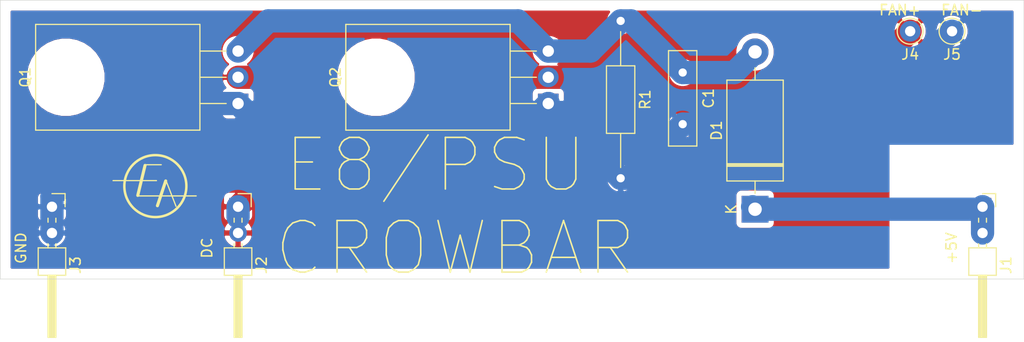
<source format=kicad_pcb>
(kicad_pcb (version 20171130) (host pcbnew "(5.1.10-1-10_14)")

  (general
    (thickness 1.6)
    (drawings 7)
    (tracks 37)
    (zones 0)
    (modules 11)
    (nets 5)
  )

  (page A4)
  (layers
    (0 F.Cu signal)
    (31 B.Cu signal)
    (32 B.Adhes user)
    (33 F.Adhes user)
    (34 B.Paste user)
    (35 F.Paste user)
    (36 B.SilkS user)
    (37 F.SilkS user)
    (38 B.Mask user)
    (39 F.Mask user)
    (40 Dwgs.User user)
    (41 Cmts.User user)
    (42 Eco1.User user)
    (43 Eco2.User user)
    (44 Edge.Cuts user)
    (45 Margin user)
    (46 B.CrtYd user)
    (47 F.CrtYd user)
    (48 B.Fab user)
    (49 F.Fab user)
  )

  (setup
    (last_trace_width 2.25)
    (user_trace_width 2.25)
    (trace_clearance 0.2)
    (zone_clearance 0.508)
    (zone_45_only no)
    (trace_min 0.2)
    (via_size 0.8)
    (via_drill 0.4)
    (via_min_size 0.4)
    (via_min_drill 0.3)
    (uvia_size 0.3)
    (uvia_drill 0.1)
    (uvias_allowed no)
    (uvia_min_size 0.2)
    (uvia_min_drill 0.1)
    (edge_width 0.05)
    (segment_width 0.2)
    (pcb_text_width 0.3)
    (pcb_text_size 1.5 1.5)
    (mod_edge_width 0.12)
    (mod_text_size 1 1)
    (mod_text_width 0.15)
    (pad_size 3.5 3.5)
    (pad_drill 3.5)
    (pad_to_mask_clearance 0)
    (aux_axis_origin 0 0)
    (visible_elements FFFFFF7F)
    (pcbplotparams
      (layerselection 0x010f0_ffffffff)
      (usegerberextensions false)
      (usegerberattributes true)
      (usegerberadvancedattributes true)
      (creategerberjobfile true)
      (excludeedgelayer true)
      (linewidth 0.100000)
      (plotframeref false)
      (viasonmask false)
      (mode 1)
      (useauxorigin false)
      (hpglpennumber 1)
      (hpglpenspeed 20)
      (hpglpendiameter 15.000000)
      (psnegative false)
      (psa4output false)
      (plotreference true)
      (plotvalue true)
      (plotinvisibletext false)
      (padsonsilk false)
      (subtractmaskfromsilk false)
      (outputformat 1)
      (mirror false)
      (drillshape 0)
      (scaleselection 1)
      (outputdirectory "GERBER/"))
  )

  (net 0 "")
  (net 1 "Net-(C1-Pad2)")
  (net 2 "Net-(C1-Pad1)")
  (net 3 "Net-(D1-Pad1)")
  (net 4 "Net-(J2-Pad1)")

  (net_class Default "This is the default net class."
    (clearance 0.2)
    (trace_width 0.25)
    (via_dia 0.8)
    (via_drill 0.4)
    (uvia_dia 0.3)
    (uvia_drill 0.1)
    (add_net "Net-(C1-Pad1)")
    (add_net "Net-(C1-Pad2)")
    (add_net "Net-(D1-Pad1)")
    (add_net "Net-(J2-Pad1)")
  )

  (module Connector_Pin:Pin_D1.0mm_L10.0mm (layer F.Cu) (tedit 5A1DC084) (tstamp 61F915F9)
    (at 187.05 108)
    (descr "solder Pin_ diameter 1.0mm, hole diameter 1.0mm (press fit), length 10.0mm")
    (tags "solder Pin_ press fit")
    (path /61F9D9B3)
    (fp_text reference J5 (at 0 2.25) (layer F.SilkS)
      (effects (font (size 1 1) (thickness 0.15)))
    )
    (fp_text value FAN- (at 0.95 -2.05) (layer F.SilkS)
      (effects (font (size 1 1) (thickness 0.15)))
    )
    (fp_circle (center 0 0) (end 1.25 0.05) (layer F.SilkS) (width 0.12))
    (fp_circle (center 0 0) (end 1 0) (layer F.Fab) (width 0.12))
    (fp_circle (center 0 0) (end 0.5 0) (layer F.Fab) (width 0.12))
    (fp_circle (center 0 0) (end 1.5 0) (layer F.CrtYd) (width 0.05))
    (fp_text user %R (at 0 2.25) (layer F.Fab)
      (effects (font (size 1 1) (thickness 0.15)))
    )
    (pad 1 thru_hole circle (at 0 0) (size 2 2) (drill 1) (layers *.Cu *.Mask)
      (net 1 "Net-(C1-Pad2)"))
    (model ${KISYS3DMOD}/Connector_Pin.3dshapes/Pin_D1.0mm_L10.0mm.wrl
      (at (xyz 0 0 0))
      (scale (xyz 1 1 1))
      (rotate (xyz 0 0 0))
    )
  )

  (module Connector_Pin:Pin_D1.0mm_L10.0mm (layer F.Cu) (tedit 5A1DC084) (tstamp 61F915EF)
    (at 183 108)
    (descr "solder Pin_ diameter 1.0mm, hole diameter 1.0mm (press fit), length 10.0mm")
    (tags "solder Pin_ press fit")
    (path /61F9B236)
    (fp_text reference J4 (at 0 2.25) (layer F.SilkS)
      (effects (font (size 1 1) (thickness 0.15)))
    )
    (fp_text value FAN+ (at -1 -2.05) (layer F.SilkS)
      (effects (font (size 1 1) (thickness 0.15)))
    )
    (fp_circle (center 0 0) (end 1.25 0.05) (layer F.SilkS) (width 0.12))
    (fp_circle (center 0 0) (end 1 0) (layer F.Fab) (width 0.12))
    (fp_circle (center 0 0) (end 0.5 0) (layer F.Fab) (width 0.12))
    (fp_circle (center 0 0) (end 1.5 0) (layer F.CrtYd) (width 0.05))
    (fp_text user %R (at 0 2.25) (layer F.Fab)
      (effects (font (size 1 1) (thickness 0.15)))
    )
    (pad 1 thru_hole circle (at 0 0) (size 2 2) (drill 1) (layers *.Cu *.Mask)
      (net 4 "Net-(J2-Pad1)"))
    (model ${KISYS3DMOD}/Connector_Pin.3dshapes/Pin_D1.0mm_L10.0mm.wrl
      (at (xyz 0 0 0))
      (scale (xyz 1 1 1))
      (rotate (xyz 0 0 0))
    )
  )

  (module EDUC-8:EA_Symbol (layer F.Cu) (tedit 60BC925A) (tstamp 61F91284)
    (at 110 123)
    (fp_text reference REF** (at 0 -5.08) (layer F.SilkS) hide
      (effects (font (size 1 1) (thickness 0.15)))
    )
    (fp_text value EA_Symbol (at 0 -6.985) (layer F.Fab) hide
      (effects (font (size 1 1) (thickness 0.15)))
    )
    (fp_line (start 1.04 -0.51) (end 2 1.96) (layer F.SilkS) (width 0.12))
    (fp_line (start 1 -0.5) (end 0.2 1.9) (layer F.SilkS) (width 0.3))
    (fp_line (start -1.75 0.95) (end 3.95 0.95) (layer F.SilkS) (width 0.12))
    (fp_line (start -4.09 -0.53) (end 0.11 -0.53) (layer F.SilkS) (width 0.12))
    (fp_line (start -1.04 -2.07) (end 0.57 -2.07) (layer F.SilkS) (width 0.12))
    (fp_line (start -1 -2) (end -1.7 0.9) (layer F.SilkS) (width 0.3))
    (fp_circle (center 0 0) (end 3 0) (layer F.SilkS) (width 0.24))
  )

  (module Package_TO_SOT_THT:TO-220-3_Horizontal_TabDown (layer F.Cu) (tedit 61F8AF62) (tstamp 61F8C02B)
    (at 148 115 90)
    (descr "TO-220-3, Horizontal, RM 2.54mm, see https://www.vishay.com/docs/66542/to-220-1.pdf")
    (tags "TO-220-3 Horizontal RM 2.54mm")
    (path /61F98137)
    (fp_text reference Q2 (at 2.54 -20.58 90) (layer F.SilkS)
      (effects (font (size 1 1) (thickness 0.15)))
    )
    (fp_text value TIC106 (at 2.54 2 90) (layer F.Fab)
      (effects (font (size 1 1) (thickness 0.15)))
    )
    (fp_line (start 7.79 -19.71) (end -2.71 -19.71) (layer F.CrtYd) (width 0.05))
    (fp_line (start 7.79 1.25) (end 7.79 -19.71) (layer F.CrtYd) (width 0.05))
    (fp_line (start -2.71 1.25) (end 7.79 1.25) (layer F.CrtYd) (width 0.05))
    (fp_line (start -2.71 -19.71) (end -2.71 1.25) (layer F.CrtYd) (width 0.05))
    (fp_line (start 5.08 -3.69) (end 5.08 -1.15) (layer F.SilkS) (width 0.12))
    (fp_line (start 2.54 -3.69) (end 2.54 -1.15) (layer F.SilkS) (width 0.12))
    (fp_line (start 0 -3.69) (end 0 -1.15) (layer F.SilkS) (width 0.12))
    (fp_line (start 7.66 -19.58) (end 7.66 -3.69) (layer F.SilkS) (width 0.12))
    (fp_line (start -2.58 -19.58) (end -2.58 -3.69) (layer F.SilkS) (width 0.12))
    (fp_line (start -2.58 -19.58) (end 7.66 -19.58) (layer F.SilkS) (width 0.12))
    (fp_line (start -2.58 -3.69) (end 7.66 -3.69) (layer F.SilkS) (width 0.12))
    (fp_line (start 5.08 -3.81) (end 5.08 0) (layer F.Fab) (width 0.1))
    (fp_line (start 2.54 -3.81) (end 2.54 0) (layer F.Fab) (width 0.1))
    (fp_line (start 0 -3.81) (end 0 0) (layer F.Fab) (width 0.1))
    (fp_line (start 7.54 -3.81) (end -2.46 -3.81) (layer F.Fab) (width 0.1))
    (fp_line (start 7.54 -13.06) (end 7.54 -3.81) (layer F.Fab) (width 0.1))
    (fp_line (start -2.46 -13.06) (end 7.54 -13.06) (layer F.Fab) (width 0.1))
    (fp_line (start -2.46 -3.81) (end -2.46 -13.06) (layer F.Fab) (width 0.1))
    (fp_line (start 7.54 -13.06) (end -2.46 -13.06) (layer F.Fab) (width 0.1))
    (fp_line (start 7.54 -19.46) (end 7.54 -13.06) (layer F.Fab) (width 0.1))
    (fp_line (start -2.46 -19.46) (end 7.54 -19.46) (layer F.Fab) (width 0.1))
    (fp_line (start -2.46 -13.06) (end -2.46 -19.46) (layer F.Fab) (width 0.1))
    (fp_circle (center 2.54 -16.66) (end 4.39 -16.66) (layer F.Fab) (width 0.1))
    (fp_text user %R (at 2.54 -20.58 90) (layer F.Fab)
      (effects (font (size 1 1) (thickness 0.15)))
    )
    (pad 3 thru_hole oval (at 5.08 0 90) (size 1.905 2) (drill 1.1) (layers *.Cu *.Mask)
      (net 2 "Net-(C1-Pad1)"))
    (pad 2 thru_hole oval (at 2.54 0 90) (size 1.905 2) (drill 1.1) (layers *.Cu *.Mask)
      (net 4 "Net-(J2-Pad1)"))
    (pad 1 thru_hole rect (at 0 0 90) (size 1.905 2) (drill 1.1) (layers *.Cu *.Mask)
      (net 1 "Net-(C1-Pad2)"))
    (pad "" np_thru_hole oval (at 2.54 -16.66 90) (size 3.5 3.5) (drill 3.5) (layers *.Cu *.Mask)
      (clearance 2))
    (model ${KISYS3DMOD}/Package_TO_SOT_THT.3dshapes/TO-220-3_Horizontal_TabDown.wrl
      (at (xyz 0 0 0))
      (scale (xyz 1 1 1))
      (rotate (xyz 0 0 0))
    )
  )

  (module Resistor_THT:R_Axial_DIN0207_L6.3mm_D2.5mm_P15.24mm_Horizontal (layer F.Cu) (tedit 5AE5139B) (tstamp 61F8B5D0)
    (at 155 107 270)
    (descr "Resistor, Axial_DIN0207 series, Axial, Horizontal, pin pitch=15.24mm, 0.25W = 1/4W, length*diameter=6.3*2.5mm^2, http://cdn-reichelt.de/documents/datenblatt/B400/1_4W%23YAG.pdf")
    (tags "Resistor Axial_DIN0207 series Axial Horizontal pin pitch 15.24mm 0.25W = 1/4W length 6.3mm diameter 2.5mm")
    (path /61F8B110)
    (fp_text reference R1 (at 7.62 -2.37 90) (layer F.SilkS)
      (effects (font (size 1 1) (thickness 0.15)))
    )
    (fp_text value R (at 7.62 2.37 90) (layer F.Fab)
      (effects (font (size 1 1) (thickness 0.15)))
    )
    (fp_line (start 16.29 -1.5) (end -1.05 -1.5) (layer F.CrtYd) (width 0.05))
    (fp_line (start 16.29 1.5) (end 16.29 -1.5) (layer F.CrtYd) (width 0.05))
    (fp_line (start -1.05 1.5) (end 16.29 1.5) (layer F.CrtYd) (width 0.05))
    (fp_line (start -1.05 -1.5) (end -1.05 1.5) (layer F.CrtYd) (width 0.05))
    (fp_line (start 14.2 0) (end 10.89 0) (layer F.SilkS) (width 0.12))
    (fp_line (start 1.04 0) (end 4.35 0) (layer F.SilkS) (width 0.12))
    (fp_line (start 10.89 -1.37) (end 4.35 -1.37) (layer F.SilkS) (width 0.12))
    (fp_line (start 10.89 1.37) (end 10.89 -1.37) (layer F.SilkS) (width 0.12))
    (fp_line (start 4.35 1.37) (end 10.89 1.37) (layer F.SilkS) (width 0.12))
    (fp_line (start 4.35 -1.37) (end 4.35 1.37) (layer F.SilkS) (width 0.12))
    (fp_line (start 15.24 0) (end 10.77 0) (layer F.Fab) (width 0.1))
    (fp_line (start 0 0) (end 4.47 0) (layer F.Fab) (width 0.1))
    (fp_line (start 10.77 -1.25) (end 4.47 -1.25) (layer F.Fab) (width 0.1))
    (fp_line (start 10.77 1.25) (end 10.77 -1.25) (layer F.Fab) (width 0.1))
    (fp_line (start 4.47 1.25) (end 10.77 1.25) (layer F.Fab) (width 0.1))
    (fp_line (start 4.47 -1.25) (end 4.47 1.25) (layer F.Fab) (width 0.1))
    (fp_text user %R (at 7.62 0 90) (layer F.Fab)
      (effects (font (size 1 1) (thickness 0.15)))
    )
    (pad 2 thru_hole oval (at 15.24 0 270) (size 1.6 1.6) (drill 0.8) (layers *.Cu *.Mask)
      (net 1 "Net-(C1-Pad2)"))
    (pad 1 thru_hole circle (at 0 0 270) (size 1.6 1.6) (drill 0.8) (layers *.Cu *.Mask)
      (net 2 "Net-(C1-Pad1)"))
    (model ${KISYS3DMOD}/Resistor_THT.3dshapes/R_Axial_DIN0207_L6.3mm_D2.5mm_P15.24mm_Horizontal.wrl
      (at (xyz 0 0 0))
      (scale (xyz 1 1 1))
      (rotate (xyz 0 0 0))
    )
  )

  (module Package_TO_SOT_THT:TO-220-3_Horizontal_TabDown (layer F.Cu) (tedit 61F8AF7A) (tstamp 61F8B5B9)
    (at 118 115 90)
    (descr "TO-220-3, Horizontal, RM 2.54mm, see https://www.vishay.com/docs/66542/to-220-1.pdf")
    (tags "TO-220-3 Horizontal RM 2.54mm")
    (path /61F8A20C)
    (fp_text reference Q1 (at 2.54 -20.58 90) (layer F.SilkS)
      (effects (font (size 1 1) (thickness 0.15)))
    )
    (fp_text value TIC106 (at 2.54 2 90) (layer F.Fab)
      (effects (font (size 1 1) (thickness 0.15)))
    )
    (fp_line (start 7.79 -19.71) (end -2.71 -19.71) (layer F.CrtYd) (width 0.05))
    (fp_line (start 7.79 1.25) (end 7.79 -19.71) (layer F.CrtYd) (width 0.05))
    (fp_line (start -2.71 1.25) (end 7.79 1.25) (layer F.CrtYd) (width 0.05))
    (fp_line (start -2.71 -19.71) (end -2.71 1.25) (layer F.CrtYd) (width 0.05))
    (fp_line (start 5.08 -3.69) (end 5.08 -1.15) (layer F.SilkS) (width 0.12))
    (fp_line (start 2.54 -3.69) (end 2.54 -1.15) (layer F.SilkS) (width 0.12))
    (fp_line (start 0 -3.69) (end 0 -1.15) (layer F.SilkS) (width 0.12))
    (fp_line (start 7.66 -19.58) (end 7.66 -3.69) (layer F.SilkS) (width 0.12))
    (fp_line (start -2.58 -19.58) (end -2.58 -3.69) (layer F.SilkS) (width 0.12))
    (fp_line (start -2.58 -19.58) (end 7.66 -19.58) (layer F.SilkS) (width 0.12))
    (fp_line (start -2.58 -3.69) (end 7.66 -3.69) (layer F.SilkS) (width 0.12))
    (fp_line (start 5.08 -3.81) (end 5.08 0) (layer F.Fab) (width 0.1))
    (fp_line (start 2.54 -3.81) (end 2.54 0) (layer F.Fab) (width 0.1))
    (fp_line (start 0 -3.81) (end 0 0) (layer F.Fab) (width 0.1))
    (fp_line (start 7.54 -3.81) (end -2.46 -3.81) (layer F.Fab) (width 0.1))
    (fp_line (start 7.54 -13.06) (end 7.54 -3.81) (layer F.Fab) (width 0.1))
    (fp_line (start -2.46 -13.06) (end 7.54 -13.06) (layer F.Fab) (width 0.1))
    (fp_line (start -2.46 -3.81) (end -2.46 -13.06) (layer F.Fab) (width 0.1))
    (fp_line (start 7.54 -13.06) (end -2.46 -13.06) (layer F.Fab) (width 0.1))
    (fp_line (start 7.54 -19.46) (end 7.54 -13.06) (layer F.Fab) (width 0.1))
    (fp_line (start -2.46 -19.46) (end 7.54 -19.46) (layer F.Fab) (width 0.1))
    (fp_line (start -2.46 -13.06) (end -2.46 -19.46) (layer F.Fab) (width 0.1))
    (fp_circle (center 2.54 -16.66) (end 4.39 -16.66) (layer F.Fab) (width 0.1))
    (fp_text user %R (at 2.54 -20.58 90) (layer F.Fab)
      (effects (font (size 1 1) (thickness 0.15)))
    )
    (pad 3 thru_hole oval (at 5.08 0 90) (size 1.905 2) (drill 1.1) (layers *.Cu *.Mask)
      (net 2 "Net-(C1-Pad1)"))
    (pad 2 thru_hole oval (at 2.54 0 90) (size 1.905 2) (drill 1.1) (layers *.Cu *.Mask)
      (net 4 "Net-(J2-Pad1)"))
    (pad 1 thru_hole rect (at 0 0 90) (size 1.905 2) (drill 1.1) (layers *.Cu *.Mask)
      (net 1 "Net-(C1-Pad2)"))
    (pad "" np_thru_hole oval (at 2.54 -16.66 90) (size 3.5 3.5) (drill 3.5) (layers *.Cu *.Mask)
      (clearance 2))
    (model ${KISYS3DMOD}/Package_TO_SOT_THT.3dshapes/TO-220-3_Horizontal_TabDown.wrl
      (at (xyz 0 0 0))
      (scale (xyz 1 1 1))
      (rotate (xyz 0 0 0))
    )
  )

  (module Connector_PinHeader_2.54mm:PinHeader_2x01_P2.54mm_Horizontal locked (layer F.Cu) (tedit 59FED5CB) (tstamp 61F8B599)
    (at 100 125 270)
    (descr "Through hole angled pin header, 2x01, 2.54mm pitch, 6mm pin length, double rows")
    (tags "Through hole angled pin header THT 2x01 2.54mm double row")
    (path /61F94C7D)
    (fp_text reference J3 (at 5.655 -2.27 90) (layer F.SilkS)
      (effects (font (size 1 1) (thickness 0.15)))
    )
    (fp_text value GND (at 4 3 90) (layer F.SilkS)
      (effects (font (size 1 1) (thickness 0.15)))
    )
    (fp_line (start 13.1 -1.8) (end -1.8 -1.8) (layer F.CrtYd) (width 0.05))
    (fp_line (start 13.1 1.8) (end 13.1 -1.8) (layer F.CrtYd) (width 0.05))
    (fp_line (start -1.8 1.8) (end 13.1 1.8) (layer F.CrtYd) (width 0.05))
    (fp_line (start -1.8 -1.8) (end -1.8 1.8) (layer F.CrtYd) (width 0.05))
    (fp_line (start -1.27 -1.27) (end 0 -1.27) (layer F.SilkS) (width 0.12))
    (fp_line (start -1.27 0) (end -1.27 -1.27) (layer F.SilkS) (width 0.12))
    (fp_line (start 1.11 0.38) (end 1.497071 0.38) (layer F.SilkS) (width 0.12))
    (fp_line (start 1.11 -0.38) (end 1.497071 -0.38) (layer F.SilkS) (width 0.12))
    (fp_line (start 3.582929 0.38) (end 3.98 0.38) (layer F.SilkS) (width 0.12))
    (fp_line (start 3.582929 -0.38) (end 3.98 -0.38) (layer F.SilkS) (width 0.12))
    (fp_line (start 6.64 0.28) (end 12.64 0.28) (layer F.SilkS) (width 0.12))
    (fp_line (start 6.64 0.16) (end 12.64 0.16) (layer F.SilkS) (width 0.12))
    (fp_line (start 6.64 0.04) (end 12.64 0.04) (layer F.SilkS) (width 0.12))
    (fp_line (start 6.64 -0.08) (end 12.64 -0.08) (layer F.SilkS) (width 0.12))
    (fp_line (start 6.64 -0.2) (end 12.64 -0.2) (layer F.SilkS) (width 0.12))
    (fp_line (start 6.64 -0.32) (end 12.64 -0.32) (layer F.SilkS) (width 0.12))
    (fp_line (start 12.64 0.38) (end 6.64 0.38) (layer F.SilkS) (width 0.12))
    (fp_line (start 12.64 -0.38) (end 12.64 0.38) (layer F.SilkS) (width 0.12))
    (fp_line (start 6.64 -0.38) (end 12.64 -0.38) (layer F.SilkS) (width 0.12))
    (fp_line (start 6.64 -1.33) (end 3.98 -1.33) (layer F.SilkS) (width 0.12))
    (fp_line (start 6.64 1.33) (end 6.64 -1.33) (layer F.SilkS) (width 0.12))
    (fp_line (start 3.98 1.33) (end 6.64 1.33) (layer F.SilkS) (width 0.12))
    (fp_line (start 3.98 -1.33) (end 3.98 1.33) (layer F.SilkS) (width 0.12))
    (fp_line (start 6.58 0.32) (end 12.58 0.32) (layer F.Fab) (width 0.1))
    (fp_line (start 12.58 -0.32) (end 12.58 0.32) (layer F.Fab) (width 0.1))
    (fp_line (start 6.58 -0.32) (end 12.58 -0.32) (layer F.Fab) (width 0.1))
    (fp_line (start -0.32 0.32) (end 4.04 0.32) (layer F.Fab) (width 0.1))
    (fp_line (start -0.32 -0.32) (end -0.32 0.32) (layer F.Fab) (width 0.1))
    (fp_line (start -0.32 -0.32) (end 4.04 -0.32) (layer F.Fab) (width 0.1))
    (fp_line (start 4.04 -0.635) (end 4.675 -1.27) (layer F.Fab) (width 0.1))
    (fp_line (start 4.04 1.27) (end 4.04 -0.635) (layer F.Fab) (width 0.1))
    (fp_line (start 6.58 1.27) (end 4.04 1.27) (layer F.Fab) (width 0.1))
    (fp_line (start 6.58 -1.27) (end 6.58 1.27) (layer F.Fab) (width 0.1))
    (fp_line (start 4.675 -1.27) (end 6.58 -1.27) (layer F.Fab) (width 0.1))
    (fp_text user %R (at 5.31 0) (layer F.Fab)
      (effects (font (size 1 1) (thickness 0.15)))
    )
    (pad 2 thru_hole oval (at 2.54 0 270) (size 1.7 1.7) (drill 1) (layers *.Cu *.Mask)
      (net 1 "Net-(C1-Pad2)"))
    (pad 1 thru_hole rect (at 0 0 270) (size 1.7 1.7) (drill 1) (layers *.Cu *.Mask)
      (net 1 "Net-(C1-Pad2)"))
    (model ${KISYS3DMOD}/Connector_PinHeader_2.54mm.3dshapes/PinHeader_2x01_P2.54mm_Horizontal.wrl
      (at (xyz 0 0 0))
      (scale (xyz 1 1 1))
      (rotate (xyz 0 0 0))
    )
  )

  (module Connector_PinHeader_2.54mm:PinHeader_2x01_P2.54mm_Horizontal locked (layer F.Cu) (tedit 59FED5CB) (tstamp 61F8B570)
    (at 118 125 270)
    (descr "Through hole angled pin header, 2x01, 2.54mm pitch, 6mm pin length, double rows")
    (tags "Through hole angled pin header THT 2x01 2.54mm double row")
    (path /61F937AC)
    (fp_text reference J2 (at 5.655 -2.27 90) (layer F.SilkS)
      (effects (font (size 1 1) (thickness 0.15)))
    )
    (fp_text value DC (at 4 3 90) (layer F.SilkS)
      (effects (font (size 1 1) (thickness 0.15)))
    )
    (fp_line (start 13.1 -1.8) (end -1.8 -1.8) (layer F.CrtYd) (width 0.05))
    (fp_line (start 13.1 1.8) (end 13.1 -1.8) (layer F.CrtYd) (width 0.05))
    (fp_line (start -1.8 1.8) (end 13.1 1.8) (layer F.CrtYd) (width 0.05))
    (fp_line (start -1.8 -1.8) (end -1.8 1.8) (layer F.CrtYd) (width 0.05))
    (fp_line (start -1.27 -1.27) (end 0 -1.27) (layer F.SilkS) (width 0.12))
    (fp_line (start -1.27 0) (end -1.27 -1.27) (layer F.SilkS) (width 0.12))
    (fp_line (start 1.11 0.38) (end 1.497071 0.38) (layer F.SilkS) (width 0.12))
    (fp_line (start 1.11 -0.38) (end 1.497071 -0.38) (layer F.SilkS) (width 0.12))
    (fp_line (start 3.582929 0.38) (end 3.98 0.38) (layer F.SilkS) (width 0.12))
    (fp_line (start 3.582929 -0.38) (end 3.98 -0.38) (layer F.SilkS) (width 0.12))
    (fp_line (start 6.64 0.28) (end 12.64 0.28) (layer F.SilkS) (width 0.12))
    (fp_line (start 6.64 0.16) (end 12.64 0.16) (layer F.SilkS) (width 0.12))
    (fp_line (start 6.64 0.04) (end 12.64 0.04) (layer F.SilkS) (width 0.12))
    (fp_line (start 6.64 -0.08) (end 12.64 -0.08) (layer F.SilkS) (width 0.12))
    (fp_line (start 6.64 -0.2) (end 12.64 -0.2) (layer F.SilkS) (width 0.12))
    (fp_line (start 6.64 -0.32) (end 12.64 -0.32) (layer F.SilkS) (width 0.12))
    (fp_line (start 12.64 0.38) (end 6.64 0.38) (layer F.SilkS) (width 0.12))
    (fp_line (start 12.64 -0.38) (end 12.64 0.38) (layer F.SilkS) (width 0.12))
    (fp_line (start 6.64 -0.38) (end 12.64 -0.38) (layer F.SilkS) (width 0.12))
    (fp_line (start 6.64 -1.33) (end 3.98 -1.33) (layer F.SilkS) (width 0.12))
    (fp_line (start 6.64 1.33) (end 6.64 -1.33) (layer F.SilkS) (width 0.12))
    (fp_line (start 3.98 1.33) (end 6.64 1.33) (layer F.SilkS) (width 0.12))
    (fp_line (start 3.98 -1.33) (end 3.98 1.33) (layer F.SilkS) (width 0.12))
    (fp_line (start 6.58 0.32) (end 12.58 0.32) (layer F.Fab) (width 0.1))
    (fp_line (start 12.58 -0.32) (end 12.58 0.32) (layer F.Fab) (width 0.1))
    (fp_line (start 6.58 -0.32) (end 12.58 -0.32) (layer F.Fab) (width 0.1))
    (fp_line (start -0.32 0.32) (end 4.04 0.32) (layer F.Fab) (width 0.1))
    (fp_line (start -0.32 -0.32) (end -0.32 0.32) (layer F.Fab) (width 0.1))
    (fp_line (start -0.32 -0.32) (end 4.04 -0.32) (layer F.Fab) (width 0.1))
    (fp_line (start 4.04 -0.635) (end 4.675 -1.27) (layer F.Fab) (width 0.1))
    (fp_line (start 4.04 1.27) (end 4.04 -0.635) (layer F.Fab) (width 0.1))
    (fp_line (start 6.58 1.27) (end 4.04 1.27) (layer F.Fab) (width 0.1))
    (fp_line (start 6.58 -1.27) (end 6.58 1.27) (layer F.Fab) (width 0.1))
    (fp_line (start 4.675 -1.27) (end 6.58 -1.27) (layer F.Fab) (width 0.1))
    (fp_text user %R (at 5.31 0) (layer F.Fab)
      (effects (font (size 1 1) (thickness 0.15)))
    )
    (pad 2 thru_hole oval (at 2.54 0 270) (size 1.7 1.7) (drill 1) (layers *.Cu *.Mask)
      (net 4 "Net-(J2-Pad1)"))
    (pad 1 thru_hole rect (at 0 0 270) (size 1.7 1.7) (drill 1) (layers *.Cu *.Mask)
      (net 4 "Net-(J2-Pad1)"))
    (model ${KISYS3DMOD}/Connector_PinHeader_2.54mm.3dshapes/PinHeader_2x01_P2.54mm_Horizontal.wrl
      (at (xyz 0 0 0))
      (scale (xyz 1 1 1))
      (rotate (xyz 0 0 0))
    )
  )

  (module Connector_PinHeader_2.54mm:PinHeader_2x01_P2.54mm_Horizontal locked (layer F.Cu) (tedit 59FED5CB) (tstamp 61F8B547)
    (at 190 125 270)
    (descr "Through hole angled pin header, 2x01, 2.54mm pitch, 6mm pin length, double rows")
    (tags "Through hole angled pin header THT 2x01 2.54mm double row")
    (path /61F9258D)
    (fp_text reference J1 (at 5.655 -2.27 90) (layer F.SilkS)
      (effects (font (size 1 1) (thickness 0.15)))
    )
    (fp_text value +5V (at 4 3 90) (layer F.SilkS)
      (effects (font (size 1 1) (thickness 0.15)))
    )
    (fp_line (start 13.1 -1.8) (end -1.8 -1.8) (layer F.CrtYd) (width 0.05))
    (fp_line (start 13.1 1.8) (end 13.1 -1.8) (layer F.CrtYd) (width 0.05))
    (fp_line (start -1.8 1.8) (end 13.1 1.8) (layer F.CrtYd) (width 0.05))
    (fp_line (start -1.8 -1.8) (end -1.8 1.8) (layer F.CrtYd) (width 0.05))
    (fp_line (start -1.27 -1.27) (end 0 -1.27) (layer F.SilkS) (width 0.12))
    (fp_line (start -1.27 0) (end -1.27 -1.27) (layer F.SilkS) (width 0.12))
    (fp_line (start 1.11 0.38) (end 1.497071 0.38) (layer F.SilkS) (width 0.12))
    (fp_line (start 1.11 -0.38) (end 1.497071 -0.38) (layer F.SilkS) (width 0.12))
    (fp_line (start 3.582929 0.38) (end 3.98 0.38) (layer F.SilkS) (width 0.12))
    (fp_line (start 3.582929 -0.38) (end 3.98 -0.38) (layer F.SilkS) (width 0.12))
    (fp_line (start 6.64 0.28) (end 12.64 0.28) (layer F.SilkS) (width 0.12))
    (fp_line (start 6.64 0.16) (end 12.64 0.16) (layer F.SilkS) (width 0.12))
    (fp_line (start 6.64 0.04) (end 12.64 0.04) (layer F.SilkS) (width 0.12))
    (fp_line (start 6.64 -0.08) (end 12.64 -0.08) (layer F.SilkS) (width 0.12))
    (fp_line (start 6.64 -0.2) (end 12.64 -0.2) (layer F.SilkS) (width 0.12))
    (fp_line (start 6.64 -0.32) (end 12.64 -0.32) (layer F.SilkS) (width 0.12))
    (fp_line (start 12.64 0.38) (end 6.64 0.38) (layer F.SilkS) (width 0.12))
    (fp_line (start 12.64 -0.38) (end 12.64 0.38) (layer F.SilkS) (width 0.12))
    (fp_line (start 6.64 -0.38) (end 12.64 -0.38) (layer F.SilkS) (width 0.12))
    (fp_line (start 6.64 -1.33) (end 3.98 -1.33) (layer F.SilkS) (width 0.12))
    (fp_line (start 6.64 1.33) (end 6.64 -1.33) (layer F.SilkS) (width 0.12))
    (fp_line (start 3.98 1.33) (end 6.64 1.33) (layer F.SilkS) (width 0.12))
    (fp_line (start 3.98 -1.33) (end 3.98 1.33) (layer F.SilkS) (width 0.12))
    (fp_line (start 6.58 0.32) (end 12.58 0.32) (layer F.Fab) (width 0.1))
    (fp_line (start 12.58 -0.32) (end 12.58 0.32) (layer F.Fab) (width 0.1))
    (fp_line (start 6.58 -0.32) (end 12.58 -0.32) (layer F.Fab) (width 0.1))
    (fp_line (start -0.32 0.32) (end 4.04 0.32) (layer F.Fab) (width 0.1))
    (fp_line (start -0.32 -0.32) (end -0.32 0.32) (layer F.Fab) (width 0.1))
    (fp_line (start -0.32 -0.32) (end 4.04 -0.32) (layer F.Fab) (width 0.1))
    (fp_line (start 4.04 -0.635) (end 4.675 -1.27) (layer F.Fab) (width 0.1))
    (fp_line (start 4.04 1.27) (end 4.04 -0.635) (layer F.Fab) (width 0.1))
    (fp_line (start 6.58 1.27) (end 4.04 1.27) (layer F.Fab) (width 0.1))
    (fp_line (start 6.58 -1.27) (end 6.58 1.27) (layer F.Fab) (width 0.1))
    (fp_line (start 4.675 -1.27) (end 6.58 -1.27) (layer F.Fab) (width 0.1))
    (fp_text user %R (at 5.31 0) (layer F.Fab)
      (effects (font (size 1 1) (thickness 0.15)))
    )
    (pad 2 thru_hole oval (at 2.54 0 270) (size 1.7 1.7) (drill 1) (layers *.Cu *.Mask)
      (net 3 "Net-(D1-Pad1)"))
    (pad 1 thru_hole rect (at 0 0 270) (size 1.7 1.7) (drill 1) (layers *.Cu *.Mask)
      (net 3 "Net-(D1-Pad1)"))
    (model ${KISYS3DMOD}/Connector_PinHeader_2.54mm.3dshapes/PinHeader_2x01_P2.54mm_Horizontal.wrl
      (at (xyz 0 0 0))
      (scale (xyz 1 1 1))
      (rotate (xyz 0 0 0))
    )
  )

  (module Diode_THT:D_DO-201_P15.24mm_Horizontal (layer F.Cu) (tedit 5AE50CD5) (tstamp 61F8B51E)
    (at 168 125.24 90)
    (descr "Diode, DO-201 series, Axial, Horizontal, pin pitch=15.24mm, , length*diameter=9.53*5.21mm^2, , http://www.diodes.com/_files/packages/DO-201.pdf")
    (tags "Diode DO-201 series Axial Horizontal pin pitch 15.24mm  length 9.53mm diameter 5.21mm")
    (path /61F8CE4E)
    (fp_text reference D1 (at 7.62 -3.725 90) (layer F.SilkS)
      (effects (font (size 1 1) (thickness 0.15)))
    )
    (fp_text value 1N5328B (at 7.62 3.725 90) (layer F.Fab)
      (effects (font (size 1 1) (thickness 0.15)))
    )
    (fp_line (start 16.79 -2.86) (end -1.55 -2.86) (layer F.CrtYd) (width 0.05))
    (fp_line (start 16.79 2.86) (end 16.79 -2.86) (layer F.CrtYd) (width 0.05))
    (fp_line (start -1.55 2.86) (end 16.79 2.86) (layer F.CrtYd) (width 0.05))
    (fp_line (start -1.55 -2.86) (end -1.55 2.86) (layer F.CrtYd) (width 0.05))
    (fp_line (start 4.1645 -2.725) (end 4.1645 2.725) (layer F.SilkS) (width 0.12))
    (fp_line (start 4.4045 -2.725) (end 4.4045 2.725) (layer F.SilkS) (width 0.12))
    (fp_line (start 4.2845 -2.725) (end 4.2845 2.725) (layer F.SilkS) (width 0.12))
    (fp_line (start 13.7 0) (end 12.505 0) (layer F.SilkS) (width 0.12))
    (fp_line (start 1.54 0) (end 2.735 0) (layer F.SilkS) (width 0.12))
    (fp_line (start 12.505 -2.725) (end 2.735 -2.725) (layer F.SilkS) (width 0.12))
    (fp_line (start 12.505 2.725) (end 12.505 -2.725) (layer F.SilkS) (width 0.12))
    (fp_line (start 2.735 2.725) (end 12.505 2.725) (layer F.SilkS) (width 0.12))
    (fp_line (start 2.735 -2.725) (end 2.735 2.725) (layer F.SilkS) (width 0.12))
    (fp_line (start 4.1845 -2.605) (end 4.1845 2.605) (layer F.Fab) (width 0.1))
    (fp_line (start 4.3845 -2.605) (end 4.3845 2.605) (layer F.Fab) (width 0.1))
    (fp_line (start 4.2845 -2.605) (end 4.2845 2.605) (layer F.Fab) (width 0.1))
    (fp_line (start 15.24 0) (end 12.385 0) (layer F.Fab) (width 0.1))
    (fp_line (start 0 0) (end 2.855 0) (layer F.Fab) (width 0.1))
    (fp_line (start 12.385 -2.605) (end 2.855 -2.605) (layer F.Fab) (width 0.1))
    (fp_line (start 12.385 2.605) (end 12.385 -2.605) (layer F.Fab) (width 0.1))
    (fp_line (start 2.855 2.605) (end 12.385 2.605) (layer F.Fab) (width 0.1))
    (fp_line (start 2.855 -2.605) (end 2.855 2.605) (layer F.Fab) (width 0.1))
    (fp_text user K (at 0 -2.3 90) (layer F.SilkS)
      (effects (font (size 1 1) (thickness 0.15)))
    )
    (fp_text user K (at 0 -2.3 90) (layer F.Fab)
      (effects (font (size 1 1) (thickness 0.15)))
    )
    (fp_text user %R (at 8.33475 0 90) (layer F.Fab)
      (effects (font (size 1 1) (thickness 0.15)))
    )
    (pad 2 thru_hole oval (at 15.24 0 90) (size 2.6 2.6) (drill 1.3) (layers *.Cu *.Mask)
      (net 2 "Net-(C1-Pad1)"))
    (pad 1 thru_hole rect (at 0 0 90) (size 2.6 2.6) (drill 1.3) (layers *.Cu *.Mask)
      (net 3 "Net-(D1-Pad1)"))
    (model ${KISYS3DMOD}/Diode_THT.3dshapes/D_DO-201_P15.24mm_Horizontal.wrl
      (at (xyz 0 0 0))
      (scale (xyz 1 1 1))
      (rotate (xyz 0 0 0))
    )
  )

  (module Capacitor_THT:C_Disc_D9.0mm_W2.5mm_P5.00mm (layer F.Cu) (tedit 5AE50EF0) (tstamp 61F8B4FF)
    (at 161 112 270)
    (descr "C, Disc series, Radial, pin pitch=5.00mm, , diameter*width=9*2.5mm^2, Capacitor, http://cdn-reichelt.de/documents/datenblatt/B300/DS_KERKO_TC.pdf")
    (tags "C Disc series Radial pin pitch 5.00mm  diameter 9mm width 2.5mm Capacitor")
    (path /61F8BBB5)
    (fp_text reference C1 (at 2.5 -2.5 90) (layer F.SilkS)
      (effects (font (size 1 1) (thickness 0.15)))
    )
    (fp_text value C (at 2.5 2.5 90) (layer F.Fab)
      (effects (font (size 1 1) (thickness 0.15)))
    )
    (fp_line (start 7.25 -1.5) (end -2.25 -1.5) (layer F.CrtYd) (width 0.05))
    (fp_line (start 7.25 1.5) (end 7.25 -1.5) (layer F.CrtYd) (width 0.05))
    (fp_line (start -2.25 1.5) (end 7.25 1.5) (layer F.CrtYd) (width 0.05))
    (fp_line (start -2.25 -1.5) (end -2.25 1.5) (layer F.CrtYd) (width 0.05))
    (fp_line (start 7.12 -1.37) (end 7.12 1.37) (layer F.SilkS) (width 0.12))
    (fp_line (start -2.12 -1.37) (end -2.12 1.37) (layer F.SilkS) (width 0.12))
    (fp_line (start -2.12 1.37) (end 7.12 1.37) (layer F.SilkS) (width 0.12))
    (fp_line (start -2.12 -1.37) (end 7.12 -1.37) (layer F.SilkS) (width 0.12))
    (fp_line (start 7 -1.25) (end -2 -1.25) (layer F.Fab) (width 0.1))
    (fp_line (start 7 1.25) (end 7 -1.25) (layer F.Fab) (width 0.1))
    (fp_line (start -2 1.25) (end 7 1.25) (layer F.Fab) (width 0.1))
    (fp_line (start -2 -1.25) (end -2 1.25) (layer F.Fab) (width 0.1))
    (fp_text user %R (at 2.5 0 90) (layer F.Fab)
      (effects (font (size 1 1) (thickness 0.15)))
    )
    (pad 2 thru_hole circle (at 5 0 270) (size 1.6 1.6) (drill 0.8) (layers *.Cu *.Mask)
      (net 1 "Net-(C1-Pad2)"))
    (pad 1 thru_hole circle (at 0 0 270) (size 1.6 1.6) (drill 0.8) (layers *.Cu *.Mask)
      (net 2 "Net-(C1-Pad1)"))
    (model ${KISYS3DMOD}/Capacitor_THT.3dshapes/C_Disc_D9.0mm_W2.5mm_P5.00mm.wrl
      (at (xyz 0 0 0))
      (scale (xyz 1 1 1))
      (rotate (xyz 0 0 0))
    )
  )

  (gr_line (start 194 105) (end 95 105) (layer Edge.Cuts) (width 0.05) (tstamp 61F912E4))
  (gr_text "E8/PSU \nCROWBAR" (at 139 125) (layer F.SilkS)
    (effects (font (size 5 5) (thickness 0.15)))
  )
  (gr_line (start 95 105) (end 95 132) (layer Edge.Cuts) (width 0.05) (tstamp 61F8BAE7))
  (gr_line (start 194 132) (end 194 105) (layer Edge.Cuts) (width 0.05))
  (gr_line (start 95 132) (end 194 132) (layer Edge.Cuts) (width 0.05))
  (dimension 18 (width 0.15) (layer Dwgs.User)
    (gr_text "18.000 mm" (at 109 116.7) (layer Dwgs.User)
      (effects (font (size 1 1) (thickness 0.15)))
    )
    (feature1 (pts (xy 118 125) (xy 118 117.413579)))
    (feature2 (pts (xy 100 125) (xy 100 117.413579)))
    (crossbar (pts (xy 100 118) (xy 118 118)))
    (arrow1a (pts (xy 118 118) (xy 116.873496 118.586421)))
    (arrow1b (pts (xy 118 118) (xy 116.873496 117.413579)))
    (arrow2a (pts (xy 100 118) (xy 101.126504 118.586421)))
    (arrow2b (pts (xy 100 118) (xy 101.126504 117.413579)))
  )
  (dimension 90 (width 0.15) (layer Dwgs.User)
    (gr_text "90.000 mm" (at 145 118.7) (layer Dwgs.User)
      (effects (font (size 1 1) (thickness 0.15)))
    )
    (feature1 (pts (xy 190 125) (xy 190 119.413579)))
    (feature2 (pts (xy 100 125) (xy 100 119.413579)))
    (crossbar (pts (xy 100 120) (xy 190 120)))
    (arrow1a (pts (xy 190 120) (xy 188.873496 120.586421)))
    (arrow1b (pts (xy 190 120) (xy 188.873496 119.413579)))
    (arrow2a (pts (xy 100 120) (xy 101.126504 120.586421)))
    (arrow2b (pts (xy 100 120) (xy 101.126504 119.413579)))
  )

  (segment (start 118 126) (end 118 125) (width 2.25) (layer B.Cu) (net 4))
  (segment (start 148 115.24) (end 155 122.24) (width 2.25) (layer B.Cu) (net 1))
  (segment (start 148 115) (end 148 115.24) (width 2.25) (layer B.Cu) (net 1))
  (segment (start 155.76 122.24) (end 161 117) (width 2.25) (layer B.Cu) (net 1))
  (segment (start 155 122.24) (end 155.76 122.24) (width 2.25) (layer B.Cu) (net 1))
  (segment (start 178.05 117) (end 187.05 108) (width 2.25) (layer B.Cu) (net 1))
  (segment (start 161 117) (end 178.05 117) (width 2.25) (layer B.Cu) (net 1))
  (segment (start 142 121) (end 148 115) (width 2.25) (layer B.Cu) (net 1))
  (segment (start 124 121) (end 142 121) (width 2.25) (layer B.Cu) (net 1))
  (segment (start 118 115) (end 124 121) (width 2.25) (layer B.Cu) (net 1))
  (segment (start 118 115) (end 109 115) (width 2.25) (layer B.Cu) (net 1))
  (segment (start 100 124) (end 100 127.54) (width 2.25) (layer B.Cu) (net 1))
  (segment (start 109 115) (end 100 124) (width 2.25) (layer B.Cu) (net 1))
  (segment (start 152.08 109.92) (end 155 107) (width 2.25) (layer B.Cu) (net 2))
  (segment (start 148 109.92) (end 152.08 109.92) (width 2.25) (layer B.Cu) (net 2))
  (segment (start 156 107) (end 161 112) (width 2.25) (layer B.Cu) (net 2))
  (segment (start 155 107) (end 156 107) (width 2.25) (layer B.Cu) (net 2))
  (segment (start 166 112) (end 168 110) (width 2.25) (layer B.Cu) (net 2))
  (segment (start 161 112) (end 166 112) (width 2.25) (layer B.Cu) (net 2))
  (segment (start 120.92 107) (end 145.08 107) (width 2.25) (layer B.Cu) (net 2))
  (segment (start 145.08 107) (end 148 109.92) (width 2.25) (layer B.Cu) (net 2))
  (segment (start 118 109.92) (end 120.92 107) (width 2.25) (layer B.Cu) (net 2))
  (segment (start 167.76 125) (end 168 125.24) (width 2.25) (layer B.Cu) (net 3))
  (segment (start 189.76 125.24) (end 190 125) (width 2.25) (layer B.Cu) (net 3))
  (segment (start 168 125.24) (end 189.76 125.24) (width 2.25) (layer B.Cu) (net 3))
  (segment (start 190 127.54) (end 190 125) (width 2.25) (layer B.Cu) (net 3))
  (segment (start 118 112.46) (end 122.46 112.46) (width 2.25) (layer F.Cu) (net 4))
  (segment (start 122.46 112.46) (end 128 118) (width 2.25) (layer F.Cu) (net 4))
  (segment (start 128 118) (end 136 118) (width 2.25) (layer F.Cu) (net 4))
  (segment (start 141.54 112.46) (end 148 112.46) (width 2.25) (layer F.Cu) (net 4))
  (segment (start 136 118) (end 141.54 112.46) (width 2.25) (layer F.Cu) (net 4))
  (segment (start 176.125001 114.874999) (end 183 108) (width 2.25) (layer F.Cu) (net 4))
  (segment (start 152.212501 114.874999) (end 176.125001 114.874999) (width 2.25) (layer F.Cu) (net 4))
  (segment (start 149.797502 112.46) (end 152.212501 114.874999) (width 2.25) (layer F.Cu) (net 4))
  (segment (start 148 112.46) (end 149.797502 112.46) (width 2.25) (layer F.Cu) (net 4))
  (segment (start 122.46 120.54) (end 118 125) (width 2.25) (layer F.Cu) (net 4))
  (segment (start 122.46 112.46) (end 122.46 120.54) (width 2.25) (layer F.Cu) (net 4))

  (zone (net 4) (net_name "Net-(J2-Pad1)") (layer F.Cu) (tstamp 61F8B325) (hatch edge 0.508)
    (connect_pads (clearance 0.508))
    (min_thickness 0.254)
    (fill yes (arc_segments 32) (thermal_gap 0.508) (thermal_bridge_width 0.508))
    (polygon
      (pts
        (xy 193 119) (xy 181 119) (xy 181 131) (xy 96 131) (xy 96 106)
        (xy 193 106)
      )
    )
    (filled_polygon
      (pts
        (xy 153.72832 106.320273) (xy 153.620147 106.581426) (xy 153.565 106.858665) (xy 153.565 107.141335) (xy 153.620147 107.418574)
        (xy 153.72832 107.679727) (xy 153.885363 107.914759) (xy 154.085241 108.114637) (xy 154.320273 108.27168) (xy 154.581426 108.379853)
        (xy 154.858665 108.435) (xy 155.141335 108.435) (xy 155.418574 108.379853) (xy 155.679727 108.27168) (xy 155.914759 108.114637)
        (xy 155.966801 108.062595) (xy 181.358282 108.062595) (xy 181.402039 108.381675) (xy 181.507205 108.686088) (xy 181.600186 108.860044)
        (xy 181.864587 108.955808) (xy 182.820395 108) (xy 183.179605 108) (xy 184.135413 108.955808) (xy 184.399814 108.860044)
        (xy 184.540704 108.570429) (xy 184.622384 108.258892) (xy 184.641718 107.937405) (xy 184.628219 107.838967) (xy 185.415 107.838967)
        (xy 185.415 108.161033) (xy 185.477832 108.476912) (xy 185.601082 108.774463) (xy 185.780013 109.042252) (xy 186.007748 109.269987)
        (xy 186.275537 109.448918) (xy 186.573088 109.572168) (xy 186.888967 109.635) (xy 187.211033 109.635) (xy 187.526912 109.572168)
        (xy 187.824463 109.448918) (xy 188.092252 109.269987) (xy 188.319987 109.042252) (xy 188.498918 108.774463) (xy 188.622168 108.476912)
        (xy 188.685 108.161033) (xy 188.685 107.838967) (xy 188.622168 107.523088) (xy 188.498918 107.225537) (xy 188.319987 106.957748)
        (xy 188.092252 106.730013) (xy 187.824463 106.551082) (xy 187.526912 106.427832) (xy 187.211033 106.365) (xy 186.888967 106.365)
        (xy 186.573088 106.427832) (xy 186.275537 106.551082) (xy 186.007748 106.730013) (xy 185.780013 106.957748) (xy 185.601082 107.225537)
        (xy 185.477832 107.523088) (xy 185.415 107.838967) (xy 184.628219 107.838967) (xy 184.597961 107.618325) (xy 184.492795 107.313912)
        (xy 184.399814 107.139956) (xy 184.135413 107.044192) (xy 183.179605 108) (xy 182.820395 108) (xy 181.864587 107.044192)
        (xy 181.600186 107.139956) (xy 181.459296 107.429571) (xy 181.377616 107.741108) (xy 181.358282 108.062595) (xy 155.966801 108.062595)
        (xy 156.114637 107.914759) (xy 156.27168 107.679727) (xy 156.379853 107.418574) (xy 156.435 107.141335) (xy 156.435 106.864587)
        (xy 182.044192 106.864587) (xy 183 107.820395) (xy 183.955808 106.864587) (xy 183.860044 106.600186) (xy 183.570429 106.459296)
        (xy 183.258892 106.377616) (xy 182.937405 106.358282) (xy 182.618325 106.402039) (xy 182.313912 106.507205) (xy 182.139956 106.600186)
        (xy 182.044192 106.864587) (xy 156.435 106.864587) (xy 156.435 106.858665) (xy 156.379853 106.581426) (xy 156.27168 106.320273)
        (xy 156.142539 106.127) (xy 192.873 106.127) (xy 192.873 118.873) (xy 181 118.873) (xy 180.975224 118.87544)
        (xy 180.951399 118.882667) (xy 180.929443 118.894403) (xy 180.910197 118.910197) (xy 180.894403 118.929443) (xy 180.882667 118.951399)
        (xy 180.87544 118.975224) (xy 180.873 119) (xy 180.873 130.873) (xy 96.127 130.873) (xy 96.127 124.15)
        (xy 98.511928 124.15) (xy 98.511928 125.85) (xy 98.524188 125.974482) (xy 98.560498 126.09418) (xy 98.619463 126.204494)
        (xy 98.698815 126.301185) (xy 98.795506 126.380537) (xy 98.90582 126.439502) (xy 98.97838 126.461513) (xy 98.846525 126.593368)
        (xy 98.68401 126.836589) (xy 98.572068 127.106842) (xy 98.515 127.39374) (xy 98.515 127.68626) (xy 98.572068 127.973158)
        (xy 98.68401 128.243411) (xy 98.846525 128.486632) (xy 99.053368 128.693475) (xy 99.296589 128.85599) (xy 99.566842 128.967932)
        (xy 99.85374 129.025) (xy 100.14626 129.025) (xy 100.433158 128.967932) (xy 100.703411 128.85599) (xy 100.946632 128.693475)
        (xy 101.153475 128.486632) (xy 101.31599 128.243411) (xy 101.427932 127.973158) (xy 101.443102 127.896891) (xy 116.558519 127.896891)
        (xy 116.655843 128.171252) (xy 116.804822 128.421355) (xy 116.999731 128.637588) (xy 117.23308 128.811641) (xy 117.495901 128.936825)
        (xy 117.64311 128.981476) (xy 117.873 128.860155) (xy 117.873 127.667) (xy 118.127 127.667) (xy 118.127 128.860155)
        (xy 118.35689 128.981476) (xy 118.504099 128.936825) (xy 118.76692 128.811641) (xy 119.000269 128.637588) (xy 119.195178 128.421355)
        (xy 119.344157 128.171252) (xy 119.441481 127.896891) (xy 119.320814 127.667) (xy 118.127 127.667) (xy 117.873 127.667)
        (xy 116.679186 127.667) (xy 116.558519 127.896891) (xy 101.443102 127.896891) (xy 101.485 127.68626) (xy 101.485 127.39374)
        (xy 101.427932 127.106842) (xy 101.31599 126.836589) (xy 101.153475 126.593368) (xy 101.02162 126.461513) (xy 101.09418 126.439502)
        (xy 101.204494 126.380537) (xy 101.301185 126.301185) (xy 101.380537 126.204494) (xy 101.439502 126.09418) (xy 101.475812 125.974482)
        (xy 101.488072 125.85) (xy 116.511928 125.85) (xy 116.524188 125.974482) (xy 116.560498 126.09418) (xy 116.619463 126.204494)
        (xy 116.698815 126.301185) (xy 116.795506 126.380537) (xy 116.90582 126.439502) (xy 116.981626 126.462498) (xy 116.804822 126.658645)
        (xy 116.655843 126.908748) (xy 116.558519 127.183109) (xy 116.679186 127.413) (xy 117.873 127.413) (xy 117.873 125.127)
        (xy 118.127 125.127) (xy 118.127 127.413) (xy 119.320814 127.413) (xy 119.441481 127.183109) (xy 119.344157 126.908748)
        (xy 119.195178 126.658645) (xy 119.018374 126.462498) (xy 119.09418 126.439502) (xy 119.204494 126.380537) (xy 119.301185 126.301185)
        (xy 119.380537 126.204494) (xy 119.439502 126.09418) (xy 119.475812 125.974482) (xy 119.488072 125.85) (xy 119.485 125.28575)
        (xy 119.32625 125.127) (xy 118.127 125.127) (xy 117.873 125.127) (xy 116.67375 125.127) (xy 116.515 125.28575)
        (xy 116.511928 125.85) (xy 101.488072 125.85) (xy 101.488072 124.15) (xy 116.511928 124.15) (xy 116.515 124.71425)
        (xy 116.67375 124.873) (xy 117.873 124.873) (xy 117.873 123.67375) (xy 118.127 123.67375) (xy 118.127 124.873)
        (xy 119.32625 124.873) (xy 119.485 124.71425) (xy 119.488072 124.15) (xy 119.475812 124.025518) (xy 119.449871 123.94)
        (xy 166.061928 123.94) (xy 166.061928 126.54) (xy 166.074188 126.664482) (xy 166.110498 126.78418) (xy 166.169463 126.894494)
        (xy 166.248815 126.991185) (xy 166.345506 127.070537) (xy 166.45582 127.129502) (xy 166.575518 127.165812) (xy 166.7 127.178072)
        (xy 169.3 127.178072) (xy 169.424482 127.165812) (xy 169.54418 127.129502) (xy 169.654494 127.070537) (xy 169.751185 126.991185)
        (xy 169.830537 126.894494) (xy 169.889502 126.78418) (xy 169.925812 126.664482) (xy 169.938072 126.54) (xy 169.938072 123.94)
        (xy 169.925812 123.815518) (xy 169.889502 123.69582) (xy 169.830537 123.585506) (xy 169.751185 123.488815) (xy 169.654494 123.409463)
        (xy 169.54418 123.350498) (xy 169.424482 123.314188) (xy 169.3 123.301928) (xy 166.7 123.301928) (xy 166.575518 123.314188)
        (xy 166.45582 123.350498) (xy 166.345506 123.409463) (xy 166.248815 123.488815) (xy 166.169463 123.585506) (xy 166.110498 123.69582)
        (xy 166.074188 123.815518) (xy 166.061928 123.94) (xy 119.449871 123.94) (xy 119.439502 123.90582) (xy 119.380537 123.795506)
        (xy 119.301185 123.698815) (xy 119.204494 123.619463) (xy 119.09418 123.560498) (xy 118.974482 123.524188) (xy 118.85 123.511928)
        (xy 118.28575 123.515) (xy 118.127 123.67375) (xy 117.873 123.67375) (xy 117.71425 123.515) (xy 117.15 123.511928)
        (xy 117.025518 123.524188) (xy 116.90582 123.560498) (xy 116.795506 123.619463) (xy 116.698815 123.698815) (xy 116.619463 123.795506)
        (xy 116.560498 123.90582) (xy 116.524188 124.025518) (xy 116.511928 124.15) (xy 101.488072 124.15) (xy 101.475812 124.025518)
        (xy 101.439502 123.90582) (xy 101.380537 123.795506) (xy 101.301185 123.698815) (xy 101.204494 123.619463) (xy 101.09418 123.560498)
        (xy 100.974482 123.524188) (xy 100.85 123.511928) (xy 99.15 123.511928) (xy 99.025518 123.524188) (xy 98.90582 123.560498)
        (xy 98.795506 123.619463) (xy 98.698815 123.698815) (xy 98.619463 123.795506) (xy 98.560498 123.90582) (xy 98.524188 124.025518)
        (xy 98.511928 124.15) (xy 96.127 124.15) (xy 96.127 122.098665) (xy 153.565 122.098665) (xy 153.565 122.381335)
        (xy 153.620147 122.658574) (xy 153.72832 122.919727) (xy 153.885363 123.154759) (xy 154.085241 123.354637) (xy 154.320273 123.51168)
        (xy 154.581426 123.619853) (xy 154.858665 123.675) (xy 155.141335 123.675) (xy 155.418574 123.619853) (xy 155.679727 123.51168)
        (xy 155.914759 123.354637) (xy 156.114637 123.154759) (xy 156.27168 122.919727) (xy 156.379853 122.658574) (xy 156.435 122.381335)
        (xy 156.435 122.098665) (xy 156.379853 121.821426) (xy 156.27168 121.560273) (xy 156.114637 121.325241) (xy 155.914759 121.125363)
        (xy 155.679727 120.96832) (xy 155.418574 120.860147) (xy 155.141335 120.805) (xy 154.858665 120.805) (xy 154.581426 120.860147)
        (xy 154.320273 120.96832) (xy 154.085241 121.125363) (xy 153.885363 121.325241) (xy 153.72832 121.560273) (xy 153.620147 121.821426)
        (xy 153.565 122.098665) (xy 96.127 122.098665) (xy 96.127 116.858665) (xy 159.565 116.858665) (xy 159.565 117.141335)
        (xy 159.620147 117.418574) (xy 159.72832 117.679727) (xy 159.885363 117.914759) (xy 160.085241 118.114637) (xy 160.320273 118.27168)
        (xy 160.581426 118.379853) (xy 160.858665 118.435) (xy 161.141335 118.435) (xy 161.418574 118.379853) (xy 161.679727 118.27168)
        (xy 161.914759 118.114637) (xy 162.114637 117.914759) (xy 162.27168 117.679727) (xy 162.379853 117.418574) (xy 162.435 117.141335)
        (xy 162.435 116.858665) (xy 162.379853 116.581426) (xy 162.27168 116.320273) (xy 162.114637 116.085241) (xy 161.914759 115.885363)
        (xy 161.679727 115.72832) (xy 161.418574 115.620147) (xy 161.141335 115.565) (xy 160.858665 115.565) (xy 160.581426 115.620147)
        (xy 160.320273 115.72832) (xy 160.085241 115.885363) (xy 159.885363 116.085241) (xy 159.72832 116.320273) (xy 159.620147 116.581426)
        (xy 159.565 116.858665) (xy 96.127 116.858665) (xy 96.127 112.078149) (xy 97.463 112.078149) (xy 97.463 112.841851)
        (xy 97.611991 113.590879) (xy 97.904247 114.296448) (xy 98.328538 114.931443) (xy 98.868557 115.471462) (xy 99.503552 115.895753)
        (xy 100.209121 116.188009) (xy 100.958149 116.337) (xy 101.721851 116.337) (xy 102.470879 116.188009) (xy 103.176448 115.895753)
        (xy 103.811443 115.471462) (xy 104.351462 114.931443) (xy 104.775753 114.296448) (xy 104.87887 114.0475) (xy 116.361928 114.0475)
        (xy 116.361928 115.9525) (xy 116.374188 116.076982) (xy 116.410498 116.19668) (xy 116.469463 116.306994) (xy 116.548815 116.403685)
        (xy 116.645506 116.483037) (xy 116.75582 116.542002) (xy 116.875518 116.578312) (xy 117 116.590572) (xy 119 116.590572)
        (xy 119.124482 116.578312) (xy 119.24418 116.542002) (xy 119.354494 116.483037) (xy 119.451185 116.403685) (xy 119.530537 116.306994)
        (xy 119.589502 116.19668) (xy 119.625812 116.076982) (xy 119.638072 115.9525) (xy 119.638072 114.0475) (xy 119.625812 113.923018)
        (xy 119.589502 113.80332) (xy 119.530537 113.693006) (xy 119.451185 113.596315) (xy 119.354494 113.516963) (xy 119.262781 113.467941)
        (xy 119.375969 113.326923) (xy 119.519571 113.051094) (xy 119.590563 112.83298) (xy 119.470594 112.587) (xy 118.127 112.587)
        (xy 118.127 112.607) (xy 117.873 112.607) (xy 117.873 112.587) (xy 116.529406 112.587) (xy 116.409437 112.83298)
        (xy 116.480429 113.051094) (xy 116.624031 113.326923) (xy 116.737219 113.467941) (xy 116.645506 113.516963) (xy 116.548815 113.596315)
        (xy 116.469463 113.693006) (xy 116.410498 113.80332) (xy 116.374188 113.923018) (xy 116.361928 114.0475) (xy 104.87887 114.0475)
        (xy 105.068009 113.590879) (xy 105.217 112.841851) (xy 105.217 112.078149) (xy 105.068009 111.329121) (xy 104.775753 110.623552)
        (xy 104.351462 109.988557) (xy 104.282905 109.92) (xy 116.357319 109.92) (xy 116.38797 110.231204) (xy 116.478745 110.530449)
        (xy 116.626155 110.806235) (xy 116.824537 111.047963) (xy 117.003899 111.195163) (xy 116.818685 111.350563) (xy 116.624031 111.593077)
        (xy 116.480429 111.868906) (xy 116.409437 112.08702) (xy 116.529406 112.333) (xy 117.873 112.333) (xy 117.873 112.313)
        (xy 118.127 112.313) (xy 118.127 112.333) (xy 119.470594 112.333) (xy 119.590563 112.08702) (xy 119.587676 112.078149)
        (xy 127.463 112.078149) (xy 127.463 112.841851) (xy 127.611991 113.590879) (xy 127.904247 114.296448) (xy 128.328538 114.931443)
        (xy 128.868557 115.471462) (xy 129.503552 115.895753) (xy 130.209121 116.188009) (xy 130.958149 116.337) (xy 131.721851 116.337)
        (xy 132.470879 116.188009) (xy 133.176448 115.895753) (xy 133.811443 115.471462) (xy 134.351462 114.931443) (xy 134.775753 114.296448)
        (xy 134.87887 114.0475) (xy 146.361928 114.0475) (xy 146.361928 115.9525) (xy 146.374188 116.076982) (xy 146.410498 116.19668)
        (xy 146.469463 116.306994) (xy 146.548815 116.403685) (xy 146.645506 116.483037) (xy 146.75582 116.542002) (xy 146.875518 116.578312)
        (xy 147 116.590572) (xy 149 116.590572) (xy 149.124482 116.578312) (xy 149.24418 116.542002) (xy 149.354494 116.483037)
        (xy 149.451185 116.403685) (xy 149.530537 116.306994) (xy 149.589502 116.19668) (xy 149.625812 116.076982) (xy 149.638072 115.9525)
        (xy 149.638072 114.0475) (xy 149.625812 113.923018) (xy 149.589502 113.80332) (xy 149.530537 113.693006) (xy 149.451185 113.596315)
        (xy 149.354494 113.516963) (xy 149.262781 113.467941) (xy 149.375969 113.326923) (xy 149.519571 113.051094) (xy 149.590563 112.83298)
        (xy 149.470594 112.587) (xy 148.127 112.587) (xy 148.127 112.607) (xy 147.873 112.607) (xy 147.873 112.587)
        (xy 146.529406 112.587) (xy 146.409437 112.83298) (xy 146.480429 113.051094) (xy 146.624031 113.326923) (xy 146.737219 113.467941)
        (xy 146.645506 113.516963) (xy 146.548815 113.596315) (xy 146.469463 113.693006) (xy 146.410498 113.80332) (xy 146.374188 113.923018)
        (xy 146.361928 114.0475) (xy 134.87887 114.0475) (xy 135.068009 113.590879) (xy 135.217 112.841851) (xy 135.217 112.078149)
        (xy 135.068009 111.329121) (xy 134.775753 110.623552) (xy 134.351462 109.988557) (xy 134.282905 109.92) (xy 146.357319 109.92)
        (xy 146.38797 110.231204) (xy 146.478745 110.530449) (xy 146.626155 110.806235) (xy 146.824537 111.047963) (xy 147.003899 111.195163)
        (xy 146.818685 111.350563) (xy 146.624031 111.593077) (xy 146.480429 111.868906) (xy 146.409437 112.08702) (xy 146.529406 112.333)
        (xy 147.873 112.333) (xy 147.873 112.313) (xy 148.127 112.313) (xy 148.127 112.333) (xy 149.470594 112.333)
        (xy 149.590563 112.08702) (xy 149.519571 111.868906) (xy 149.51424 111.858665) (xy 159.565 111.858665) (xy 159.565 112.141335)
        (xy 159.620147 112.418574) (xy 159.72832 112.679727) (xy 159.885363 112.914759) (xy 160.085241 113.114637) (xy 160.320273 113.27168)
        (xy 160.581426 113.379853) (xy 160.858665 113.435) (xy 161.141335 113.435) (xy 161.418574 113.379853) (xy 161.679727 113.27168)
        (xy 161.914759 113.114637) (xy 162.114637 112.914759) (xy 162.27168 112.679727) (xy 162.379853 112.418574) (xy 162.435 112.141335)
        (xy 162.435 111.858665) (xy 162.379853 111.581426) (xy 162.27168 111.320273) (xy 162.114637 111.085241) (xy 161.914759 110.885363)
        (xy 161.679727 110.72832) (xy 161.418574 110.620147) (xy 161.141335 110.565) (xy 160.858665 110.565) (xy 160.581426 110.620147)
        (xy 160.320273 110.72832) (xy 160.085241 110.885363) (xy 159.885363 111.085241) (xy 159.72832 111.320273) (xy 159.620147 111.581426)
        (xy 159.565 111.858665) (xy 149.51424 111.858665) (xy 149.375969 111.593077) (xy 149.181315 111.350563) (xy 148.996101 111.195163)
        (xy 149.175463 111.047963) (xy 149.373845 110.806235) (xy 149.521255 110.530449) (xy 149.61203 110.231204) (xy 149.642681 109.92)
        (xy 149.63179 109.809419) (xy 166.065 109.809419) (xy 166.065 110.190581) (xy 166.139361 110.564419) (xy 166.285225 110.916566)
        (xy 166.496987 111.233491) (xy 166.766509 111.503013) (xy 167.083434 111.714775) (xy 167.435581 111.860639) (xy 167.809419 111.935)
        (xy 168.190581 111.935) (xy 168.564419 111.860639) (xy 168.916566 111.714775) (xy 169.233491 111.503013) (xy 169.503013 111.233491)
        (xy 169.714775 110.916566) (xy 169.860639 110.564419) (xy 169.935 110.190581) (xy 169.935 109.809419) (xy 169.860639 109.435581)
        (xy 169.736306 109.135413) (xy 182.044192 109.135413) (xy 182.139956 109.399814) (xy 182.429571 109.540704) (xy 182.741108 109.622384)
        (xy 183.062595 109.641718) (xy 183.381675 109.597961) (xy 183.686088 109.492795) (xy 183.860044 109.399814) (xy 183.955808 109.135413)
        (xy 183 108.179605) (xy 182.044192 109.135413) (xy 169.736306 109.135413) (xy 169.714775 109.083434) (xy 169.503013 108.766509)
        (xy 169.233491 108.496987) (xy 168.916566 108.285225) (xy 168.564419 108.139361) (xy 168.190581 108.065) (xy 167.809419 108.065)
        (xy 167.435581 108.139361) (xy 167.083434 108.285225) (xy 166.766509 108.496987) (xy 166.496987 108.766509) (xy 166.285225 109.083434)
        (xy 166.139361 109.435581) (xy 166.065 109.809419) (xy 149.63179 109.809419) (xy 149.61203 109.608796) (xy 149.521255 109.309551)
        (xy 149.373845 109.033765) (xy 149.175463 108.792037) (xy 148.933735 108.593655) (xy 148.657949 108.446245) (xy 148.358704 108.35547)
        (xy 148.125486 108.3325) (xy 147.874514 108.3325) (xy 147.641296 108.35547) (xy 147.342051 108.446245) (xy 147.066265 108.593655)
        (xy 146.824537 108.792037) (xy 146.626155 109.033765) (xy 146.478745 109.309551) (xy 146.38797 109.608796) (xy 146.357319 109.92)
        (xy 134.282905 109.92) (xy 133.811443 109.448538) (xy 133.176448 109.024247) (xy 132.470879 108.731991) (xy 131.721851 108.583)
        (xy 130.958149 108.583) (xy 130.209121 108.731991) (xy 129.503552 109.024247) (xy 128.868557 109.448538) (xy 128.328538 109.988557)
        (xy 127.904247 110.623552) (xy 127.611991 111.329121) (xy 127.463 112.078149) (xy 119.587676 112.078149) (xy 119.519571 111.868906)
        (xy 119.375969 111.593077) (xy 119.181315 111.350563) (xy 118.996101 111.195163) (xy 119.175463 111.047963) (xy 119.373845 110.806235)
        (xy 119.521255 110.530449) (xy 119.61203 110.231204) (xy 119.642681 109.92) (xy 119.61203 109.608796) (xy 119.521255 109.309551)
        (xy 119.373845 109.033765) (xy 119.175463 108.792037) (xy 118.933735 108.593655) (xy 118.657949 108.446245) (xy 118.358704 108.35547)
        (xy 118.125486 108.3325) (xy 117.874514 108.3325) (xy 117.641296 108.35547) (xy 117.342051 108.446245) (xy 117.066265 108.593655)
        (xy 116.824537 108.792037) (xy 116.626155 109.033765) (xy 116.478745 109.309551) (xy 116.38797 109.608796) (xy 116.357319 109.92)
        (xy 104.282905 109.92) (xy 103.811443 109.448538) (xy 103.176448 109.024247) (xy 102.470879 108.731991) (xy 101.721851 108.583)
        (xy 100.958149 108.583) (xy 100.209121 108.731991) (xy 99.503552 109.024247) (xy 98.868557 109.448538) (xy 98.328538 109.988557)
        (xy 97.904247 110.623552) (xy 97.611991 111.329121) (xy 97.463 112.078149) (xy 96.127 112.078149) (xy 96.127 106.127)
        (xy 153.857461 106.127)
      )
    )
  )
  (zone (net 1) (net_name "Net-(C1-Pad2)") (layer B.Cu) (tstamp 61F8B322) (hatch edge 0.508)
    (connect_pads (clearance 0.508))
    (min_thickness 0.254)
    (fill yes (arc_segments 32) (thermal_gap 0.508) (thermal_bridge_width 0.508))
    (polygon
      (pts
        (xy 193 119) (xy 181 119) (xy 181 131) (xy 96 131) (xy 96 106)
        (xy 193 106)
      )
    )
    (filled_polygon
      (pts
        (xy 116.694361 108.736624) (xy 116.529534 108.937466) (xy 116.366106 109.243219) (xy 116.265468 109.57498) (xy 116.231485 109.92)
        (xy 116.265468 110.26502) (xy 116.366106 110.596781) (xy 116.529534 110.902534) (xy 116.749472 111.170528) (xy 116.885404 111.282085)
        (xy 116.824537 111.332037) (xy 116.626155 111.573765) (xy 116.478745 111.849551) (xy 116.38797 112.148796) (xy 116.357319 112.46)
        (xy 116.38797 112.771204) (xy 116.478745 113.070449) (xy 116.626155 113.346235) (xy 116.729446 113.472095) (xy 116.645506 113.516963)
        (xy 116.548815 113.596315) (xy 116.469463 113.693006) (xy 116.410498 113.80332) (xy 116.374188 113.923018) (xy 116.361928 114.0475)
        (xy 116.365 114.71425) (xy 116.52375 114.873) (xy 117.873 114.873) (xy 117.873 114.853) (xy 118.127 114.853)
        (xy 118.127 114.873) (xy 119.47625 114.873) (xy 119.635 114.71425) (xy 119.638072 114.0475) (xy 119.625812 113.923018)
        (xy 119.589502 113.80332) (xy 119.530537 113.693006) (xy 119.451185 113.596315) (xy 119.354494 113.516963) (xy 119.270554 113.472095)
        (xy 119.373845 113.346235) (xy 119.521255 113.070449) (xy 119.61203 112.771204) (xy 119.642681 112.46) (xy 119.61203 112.148796)
        (xy 119.521255 111.849551) (xy 119.373845 111.573765) (xy 119.175463 111.332037) (xy 119.114597 111.282085) (xy 119.183376 111.225639)
        (xy 121.649016 108.76) (xy 130.141501 108.76) (xy 129.503552 109.024247) (xy 128.868557 109.448538) (xy 128.328538 109.988557)
        (xy 127.904247 110.623552) (xy 127.611991 111.329121) (xy 127.463 112.078149) (xy 127.463 112.841851) (xy 127.611991 113.590879)
        (xy 127.904247 114.296448) (xy 128.328538 114.931443) (xy 128.868557 115.471462) (xy 129.503552 115.895753) (xy 130.209121 116.188009)
        (xy 130.958149 116.337) (xy 131.721851 116.337) (xy 132.470879 116.188009) (xy 133.039448 115.9525) (xy 146.361928 115.9525)
        (xy 146.374188 116.076982) (xy 146.410498 116.19668) (xy 146.469463 116.306994) (xy 146.548815 116.403685) (xy 146.645506 116.483037)
        (xy 146.75582 116.542002) (xy 146.875518 116.578312) (xy 147 116.590572) (xy 147.71425 116.5875) (xy 147.873 116.42875)
        (xy 147.873 115.127) (xy 148.127 115.127) (xy 148.127 116.42875) (xy 148.28575 116.5875) (xy 149 116.590572)
        (xy 149.124482 116.578312) (xy 149.24418 116.542002) (xy 149.354494 116.483037) (xy 149.451185 116.403685) (xy 149.530537 116.306994)
        (xy 149.589502 116.19668) (xy 149.625812 116.076982) (xy 149.632675 116.007298) (xy 160.186903 116.007298) (xy 161 116.820395)
        (xy 161.813097 116.007298) (xy 161.741514 115.763329) (xy 161.486004 115.642429) (xy 161.211816 115.5737) (xy 160.929488 115.559783)
        (xy 160.64987 115.601213) (xy 160.383708 115.696397) (xy 160.258486 115.763329) (xy 160.186903 116.007298) (xy 149.632675 116.007298)
        (xy 149.638072 115.9525) (xy 149.635 115.28575) (xy 149.47625 115.127) (xy 148.127 115.127) (xy 147.873 115.127)
        (xy 146.52375 115.127) (xy 146.365 115.28575) (xy 146.361928 115.9525) (xy 133.039448 115.9525) (xy 133.176448 115.895753)
        (xy 133.811443 115.471462) (xy 134.351462 114.931443) (xy 134.775753 114.296448) (xy 135.068009 113.590879) (xy 135.217 112.841851)
        (xy 135.217 112.078149) (xy 135.068009 111.329121) (xy 134.775753 110.623552) (xy 134.351462 109.988557) (xy 133.811443 109.448538)
        (xy 133.176448 109.024247) (xy 132.538499 108.76) (xy 144.350985 108.76) (xy 146.694361 111.103377) (xy 146.749471 111.170529)
        (xy 146.885403 111.282085) (xy 146.824537 111.332037) (xy 146.626155 111.573765) (xy 146.478745 111.849551) (xy 146.38797 112.148796)
        (xy 146.357319 112.46) (xy 146.38797 112.771204) (xy 146.478745 113.070449) (xy 146.626155 113.346235) (xy 146.729446 113.472095)
        (xy 146.645506 113.516963) (xy 146.548815 113.596315) (xy 146.469463 113.693006) (xy 146.410498 113.80332) (xy 146.374188 113.923018)
        (xy 146.361928 114.0475) (xy 146.365 114.71425) (xy 146.52375 114.873) (xy 147.873 114.873) (xy 147.873 114.853)
        (xy 148.127 114.853) (xy 148.127 114.873) (xy 149.47625 114.873) (xy 149.635 114.71425) (xy 149.638072 114.0475)
        (xy 149.625812 113.923018) (xy 149.589502 113.80332) (xy 149.530537 113.693006) (xy 149.451185 113.596315) (xy 149.354494 113.516963)
        (xy 149.270554 113.472095) (xy 149.373845 113.346235) (xy 149.521255 113.070449) (xy 149.61203 112.771204) (xy 149.642681 112.46)
        (xy 149.61203 112.148796) (xy 149.521255 111.849551) (xy 149.430629 111.68) (xy 151.99355 111.68) (xy 152.08 111.688515)
        (xy 152.16645 111.68) (xy 152.166453 111.68) (xy 152.42502 111.654533) (xy 152.756781 111.553895) (xy 153.062534 111.390466)
        (xy 153.330529 111.170529) (xy 153.385643 111.103372) (xy 155.5 108.989015) (xy 159.694361 113.183377) (xy 159.749471 113.250529)
        (xy 160.017466 113.470466) (xy 160.323219 113.633895) (xy 160.654977 113.734532) (xy 160.65498 113.734533) (xy 161 113.768515)
        (xy 161.086453 113.76) (xy 165.91355 113.76) (xy 166 113.768515) (xy 166.08645 113.76) (xy 166.086453 113.76)
        (xy 166.34502 113.734533) (xy 166.676781 113.633895) (xy 166.982534 113.470466) (xy 167.250529 113.250529) (xy 167.305643 113.183372)
        (xy 168.673602 111.815414) (xy 168.916566 111.714775) (xy 169.233491 111.503013) (xy 169.503013 111.233491) (xy 169.714775 110.916566)
        (xy 169.860639 110.564419) (xy 169.935 110.190581) (xy 169.935 109.809419) (xy 169.860639 109.435581) (xy 169.714775 109.083434)
        (xy 169.503013 108.766509) (xy 169.233491 108.496987) (xy 168.916566 108.285225) (xy 168.564419 108.139361) (xy 168.190581 108.065)
        (xy 167.809419 108.065) (xy 167.435581 108.139361) (xy 167.083434 108.285225) (xy 166.766509 108.496987) (xy 166.496987 108.766509)
        (xy 166.285225 109.083434) (xy 166.184586 109.326398) (xy 165.270985 110.24) (xy 161.729016 110.24) (xy 159.327983 107.838967)
        (xy 181.365 107.838967) (xy 181.365 108.161033) (xy 181.427832 108.476912) (xy 181.551082 108.774463) (xy 181.730013 109.042252)
        (xy 181.957748 109.269987) (xy 182.225537 109.448918) (xy 182.523088 109.572168) (xy 182.838967 109.635) (xy 183.161033 109.635)
        (xy 183.476912 109.572168) (xy 183.774463 109.448918) (xy 184.042252 109.269987) (xy 184.176826 109.135413) (xy 186.094192 109.135413)
        (xy 186.189956 109.399814) (xy 186.479571 109.540704) (xy 186.791108 109.622384) (xy 187.112595 109.641718) (xy 187.431675 109.597961)
        (xy 187.736088 109.492795) (xy 187.910044 109.399814) (xy 188.005808 109.135413) (xy 187.05 108.179605) (xy 186.094192 109.135413)
        (xy 184.176826 109.135413) (xy 184.269987 109.042252) (xy 184.448918 108.774463) (xy 184.572168 108.476912) (xy 184.635 108.161033)
        (xy 184.635 108.062595) (xy 185.408282 108.062595) (xy 185.452039 108.381675) (xy 185.557205 108.686088) (xy 185.650186 108.860044)
        (xy 185.914587 108.955808) (xy 186.870395 108) (xy 187.229605 108) (xy 188.185413 108.955808) (xy 188.449814 108.860044)
        (xy 188.590704 108.570429) (xy 188.672384 108.258892) (xy 188.691718 107.937405) (xy 188.647961 107.618325) (xy 188.542795 107.313912)
        (xy 188.449814 107.139956) (xy 188.185413 107.044192) (xy 187.229605 108) (xy 186.870395 108) (xy 185.914587 107.044192)
        (xy 185.650186 107.139956) (xy 185.509296 107.429571) (xy 185.427616 107.741108) (xy 185.408282 108.062595) (xy 184.635 108.062595)
        (xy 184.635 107.838967) (xy 184.572168 107.523088) (xy 184.448918 107.225537) (xy 184.269987 106.957748) (xy 184.176826 106.864587)
        (xy 186.094192 106.864587) (xy 187.05 107.820395) (xy 188.005808 106.864587) (xy 187.910044 106.600186) (xy 187.620429 106.459296)
        (xy 187.308892 106.377616) (xy 186.987405 106.358282) (xy 186.668325 106.402039) (xy 186.363912 106.507205) (xy 186.189956 106.600186)
        (xy 186.094192 106.864587) (xy 184.176826 106.864587) (xy 184.042252 106.730013) (xy 183.774463 106.551082) (xy 183.476912 106.427832)
        (xy 183.161033 106.365) (xy 182.838967 106.365) (xy 182.523088 106.427832) (xy 182.225537 106.551082) (xy 181.957748 106.730013)
        (xy 181.730013 106.957748) (xy 181.551082 107.225537) (xy 181.427832 107.523088) (xy 181.365 107.838967) (xy 159.327983 107.838967)
        (xy 157.616015 106.127) (xy 192.873 106.127) (xy 192.873 118.873) (xy 181 118.873) (xy 180.975224 118.87544)
        (xy 180.951399 118.882667) (xy 180.929443 118.894403) (xy 180.910197 118.910197) (xy 180.894403 118.929443) (xy 180.882667 118.951399)
        (xy 180.87544 118.975224) (xy 180.873 119) (xy 180.873 123.48) (xy 169.740444 123.48) (xy 169.654494 123.409463)
        (xy 169.54418 123.350498) (xy 169.424482 123.314188) (xy 169.3 123.301928) (xy 168.225213 123.301928) (xy 168.10502 123.265468)
        (xy 167.76 123.231485) (xy 167.41498 123.265468) (xy 167.294787 123.301928) (xy 166.7 123.301928) (xy 166.575518 123.314188)
        (xy 166.45582 123.350498) (xy 166.345506 123.409463) (xy 166.248815 123.488815) (xy 166.169463 123.585506) (xy 166.110498 123.69582)
        (xy 166.074188 123.815518) (xy 166.061928 123.94) (xy 166.061928 124.534787) (xy 166.025468 124.65498) (xy 165.991485 125)
        (xy 166.025468 125.34502) (xy 166.061928 125.465213) (xy 166.061928 126.54) (xy 166.074188 126.664482) (xy 166.110498 126.78418)
        (xy 166.169463 126.894494) (xy 166.248815 126.991185) (xy 166.345506 127.070537) (xy 166.45582 127.129502) (xy 166.575518 127.165812)
        (xy 166.7 127.178072) (xy 169.3 127.178072) (xy 169.424482 127.165812) (xy 169.54418 127.129502) (xy 169.654494 127.070537)
        (xy 169.740444 127) (xy 180.873 127) (xy 180.873 130.873) (xy 96.127 130.873) (xy 96.127 127.896891)
        (xy 98.558519 127.896891) (xy 98.655843 128.171252) (xy 98.804822 128.421355) (xy 98.999731 128.637588) (xy 99.23308 128.811641)
        (xy 99.495901 128.936825) (xy 99.64311 128.981476) (xy 99.873 128.860155) (xy 99.873 127.667) (xy 100.127 127.667)
        (xy 100.127 128.860155) (xy 100.35689 128.981476) (xy 100.504099 128.936825) (xy 100.76692 128.811641) (xy 101.000269 128.637588)
        (xy 101.195178 128.421355) (xy 101.344157 128.171252) (xy 101.441481 127.896891) (xy 101.320814 127.667) (xy 100.127 127.667)
        (xy 99.873 127.667) (xy 98.679186 127.667) (xy 98.558519 127.896891) (xy 96.127 127.896891) (xy 96.127 125.85)
        (xy 98.511928 125.85) (xy 98.524188 125.974482) (xy 98.560498 126.09418) (xy 98.619463 126.204494) (xy 98.698815 126.301185)
        (xy 98.795506 126.380537) (xy 98.90582 126.439502) (xy 98.981626 126.462498) (xy 98.804822 126.658645) (xy 98.655843 126.908748)
        (xy 98.558519 127.183109) (xy 98.679186 127.413) (xy 99.873 127.413) (xy 99.873 125.127) (xy 100.127 125.127)
        (xy 100.127 127.413) (xy 101.320814 127.413) (xy 101.441481 127.183109) (xy 101.344157 126.908748) (xy 101.195178 126.658645)
        (xy 101.018374 126.462498) (xy 101.09418 126.439502) (xy 101.204494 126.380537) (xy 101.301185 126.301185) (xy 101.380537 126.204494)
        (xy 101.439502 126.09418) (xy 101.475812 125.974482) (xy 101.488072 125.85) (xy 101.485 125.28575) (xy 101.32625 125.127)
        (xy 100.127 125.127) (xy 99.873 125.127) (xy 98.67375 125.127) (xy 98.515 125.28575) (xy 98.511928 125.85)
        (xy 96.127 125.85) (xy 96.127 124.913547) (xy 116.24 124.913547) (xy 116.24 126.086452) (xy 116.265467 126.345019)
        (xy 116.366105 126.67678) (xy 116.529534 126.982533) (xy 116.59202 127.058673) (xy 116.572068 127.106842) (xy 116.515 127.39374)
        (xy 116.515 127.68626) (xy 116.572068 127.973158) (xy 116.68401 128.243411) (xy 116.846525 128.486632) (xy 117.053368 128.693475)
        (xy 117.296589 128.85599) (xy 117.566842 128.967932) (xy 117.85374 129.025) (xy 118.14626 129.025) (xy 118.433158 128.967932)
        (xy 118.703411 128.85599) (xy 118.946632 128.693475) (xy 119.153475 128.486632) (xy 119.31599 128.243411) (xy 119.427932 127.973158)
        (xy 119.485 127.68626) (xy 119.485 127.39374) (xy 119.427932 127.106842) (xy 119.40798 127.058674) (xy 119.470466 126.982534)
        (xy 119.633895 126.676781) (xy 119.734533 126.34502) (xy 119.76 126.086453) (xy 119.76 124.913547) (xy 119.734533 124.65498)
        (xy 119.633895 124.323219) (xy 119.476047 124.027908) (xy 119.475812 124.025518) (xy 119.439502 123.90582) (xy 119.380537 123.795506)
        (xy 119.301185 123.698815) (xy 119.204494 123.619463) (xy 119.09418 123.560498) (xy 118.974482 123.524188) (xy 118.972092 123.523953)
        (xy 118.676781 123.366105) (xy 118.34502 123.265467) (xy 118 123.231485) (xy 117.654981 123.265467) (xy 117.32322 123.366105)
        (xy 117.027909 123.523952) (xy 117.025518 123.524188) (xy 116.90582 123.560498) (xy 116.795506 123.619463) (xy 116.698815 123.698815)
        (xy 116.619463 123.795506) (xy 116.560498 123.90582) (xy 116.524188 124.025518) (xy 116.523952 124.02791) (xy 116.366105 124.323219)
        (xy 116.265467 124.65498) (xy 116.24 124.913547) (xy 96.127 124.913547) (xy 96.127 124.15) (xy 98.511928 124.15)
        (xy 98.515 124.71425) (xy 98.67375 124.873) (xy 99.873 124.873) (xy 99.873 123.67375) (xy 100.127 123.67375)
        (xy 100.127 124.873) (xy 101.32625 124.873) (xy 101.485 124.71425) (xy 101.488072 124.15) (xy 101.475812 124.025518)
        (xy 101.439502 123.90582) (xy 101.380537 123.795506) (xy 101.301185 123.698815) (xy 101.204494 123.619463) (xy 101.09418 123.560498)
        (xy 100.974482 123.524188) (xy 100.85 123.511928) (xy 100.28575 123.515) (xy 100.127 123.67375) (xy 99.873 123.67375)
        (xy 99.71425 123.515) (xy 99.15 123.511928) (xy 99.025518 123.524188) (xy 98.90582 123.560498) (xy 98.795506 123.619463)
        (xy 98.698815 123.698815) (xy 98.619463 123.795506) (xy 98.560498 123.90582) (xy 98.524188 124.025518) (xy 98.511928 124.15)
        (xy 96.127 124.15) (xy 96.127 122.58904) (xy 153.608091 122.58904) (xy 153.70293 122.853881) (xy 153.847615 123.095131)
        (xy 154.036586 123.303519) (xy 154.26258 123.471037) (xy 154.516913 123.591246) (xy 154.650961 123.631904) (xy 154.873 123.509915)
        (xy 154.873 122.367) (xy 155.127 122.367) (xy 155.127 123.509915) (xy 155.349039 123.631904) (xy 155.483087 123.591246)
        (xy 155.73742 123.471037) (xy 155.963414 123.303519) (xy 156.152385 123.095131) (xy 156.29707 122.853881) (xy 156.391909 122.58904)
        (xy 156.270624 122.367) (xy 155.127 122.367) (xy 154.873 122.367) (xy 153.729376 122.367) (xy 153.608091 122.58904)
        (xy 96.127 122.58904) (xy 96.127 121.89096) (xy 153.608091 121.89096) (xy 153.729376 122.113) (xy 154.873 122.113)
        (xy 154.873 120.970085) (xy 155.127 120.970085) (xy 155.127 122.113) (xy 156.270624 122.113) (xy 156.391909 121.89096)
        (xy 156.29707 121.626119) (xy 156.152385 121.384869) (xy 155.963414 121.176481) (xy 155.73742 121.008963) (xy 155.483087 120.888754)
        (xy 155.349039 120.848096) (xy 155.127 120.970085) (xy 154.873 120.970085) (xy 154.650961 120.848096) (xy 154.516913 120.888754)
        (xy 154.26258 121.008963) (xy 154.036586 121.176481) (xy 153.847615 121.384869) (xy 153.70293 121.626119) (xy 153.608091 121.89096)
        (xy 96.127 121.89096) (xy 96.127 117.992702) (xy 160.186903 117.992702) (xy 160.258486 118.236671) (xy 160.513996 118.357571)
        (xy 160.788184 118.4263) (xy 161.070512 118.440217) (xy 161.35013 118.398787) (xy 161.616292 118.303603) (xy 161.741514 118.236671)
        (xy 161.813097 117.992702) (xy 161 117.179605) (xy 160.186903 117.992702) (xy 96.127 117.992702) (xy 96.127 117.070512)
        (xy 159.559783 117.070512) (xy 159.601213 117.35013) (xy 159.696397 117.616292) (xy 159.763329 117.741514) (xy 160.007298 117.813097)
        (xy 160.820395 117) (xy 161.179605 117) (xy 161.992702 117.813097) (xy 162.236671 117.741514) (xy 162.357571 117.486004)
        (xy 162.4263 117.211816) (xy 162.440217 116.929488) (xy 162.398787 116.64987) (xy 162.303603 116.383708) (xy 162.236671 116.258486)
        (xy 161.992702 116.186903) (xy 161.179605 117) (xy 160.820395 117) (xy 160.007298 116.186903) (xy 159.763329 116.258486)
        (xy 159.642429 116.513996) (xy 159.5737 116.788184) (xy 159.559783 117.070512) (xy 96.127 117.070512) (xy 96.127 112.078149)
        (xy 97.463 112.078149) (xy 97.463 112.841851) (xy 97.611991 113.590879) (xy 97.904247 114.296448) (xy 98.328538 114.931443)
        (xy 98.868557 115.471462) (xy 99.503552 115.895753) (xy 100.209121 116.188009) (xy 100.958149 116.337) (xy 101.721851 116.337)
        (xy 102.470879 116.188009) (xy 103.039448 115.9525) (xy 116.361928 115.9525) (xy 116.374188 116.076982) (xy 116.410498 116.19668)
        (xy 116.469463 116.306994) (xy 116.548815 116.403685) (xy 116.645506 116.483037) (xy 116.75582 116.542002) (xy 116.875518 116.578312)
        (xy 117 116.590572) (xy 117.71425 116.5875) (xy 117.873 116.42875) (xy 117.873 115.127) (xy 118.127 115.127)
        (xy 118.127 116.42875) (xy 118.28575 116.5875) (xy 119 116.590572) (xy 119.124482 116.578312) (xy 119.24418 116.542002)
        (xy 119.354494 116.483037) (xy 119.451185 116.403685) (xy 119.530537 116.306994) (xy 119.589502 116.19668) (xy 119.625812 116.076982)
        (xy 119.638072 115.9525) (xy 119.635 115.28575) (xy 119.47625 115.127) (xy 118.127 115.127) (xy 117.873 115.127)
        (xy 116.52375 115.127) (xy 116.365 115.28575) (xy 116.361928 115.9525) (xy 103.039448 115.9525) (xy 103.176448 115.895753)
        (xy 103.811443 115.471462) (xy 104.351462 114.931443) (xy 104.775753 114.296448) (xy 105.068009 113.590879) (xy 105.217 112.841851)
        (xy 105.217 112.078149) (xy 105.068009 111.329121) (xy 104.775753 110.623552) (xy 104.351462 109.988557) (xy 103.811443 109.448538)
        (xy 103.176448 109.024247) (xy 102.470879 108.731991) (xy 101.721851 108.583) (xy 100.958149 108.583) (xy 100.209121 108.731991)
        (xy 99.503552 109.024247) (xy 98.868557 109.448538) (xy 98.328538 109.988557) (xy 97.904247 110.623552) (xy 97.611991 111.329121)
        (xy 97.463 112.078149) (xy 96.127 112.078149) (xy 96.127 106.127) (xy 119.303984 106.127)
      )
    )
  )
)

</source>
